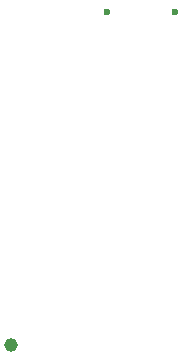
<source format=gbr>
%TF.GenerationSoftware,Altium Limited,Altium Designer,21.7.2 (23)*%
G04 Layer_Color=0*
%FSLAX45Y45*%
%MOMM*%
%TF.SameCoordinates,838FB56E-0ED7-4152-9A2E-8E5145BDEB09*%
%TF.FilePolarity,Positive*%
%TF.FileFunction,NonPlated,1,4,NPTH,Drill*%
%TF.Part,Single*%
G01*
G75*
%TA.AperFunction,OtherDrill,Pad Free-TH (-11mm,-9.5mm)*%
%ADD80C,1.15200*%
%TA.AperFunction,ComponentDrill*%
%ADD81C,0.60000*%
D80*
X-1100000Y-950000D02*
D03*
D81*
X-290000Y1865000D02*
D03*
X290000D02*
D03*
%TF.MD5,76f6bd837f61e77a536da9b286fab2c3*%
M02*

</source>
